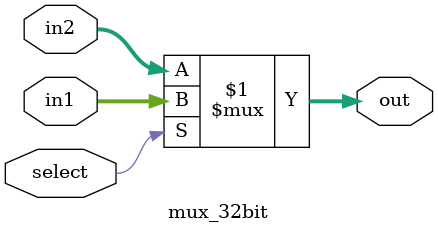
<source format=v>
module mux_32bit(in1,in2,select,out);
  input [31:0]in1,in2;
  input select;
  output [31:0]out;
  assign out = select? in1: in2;
endmodule
</source>
